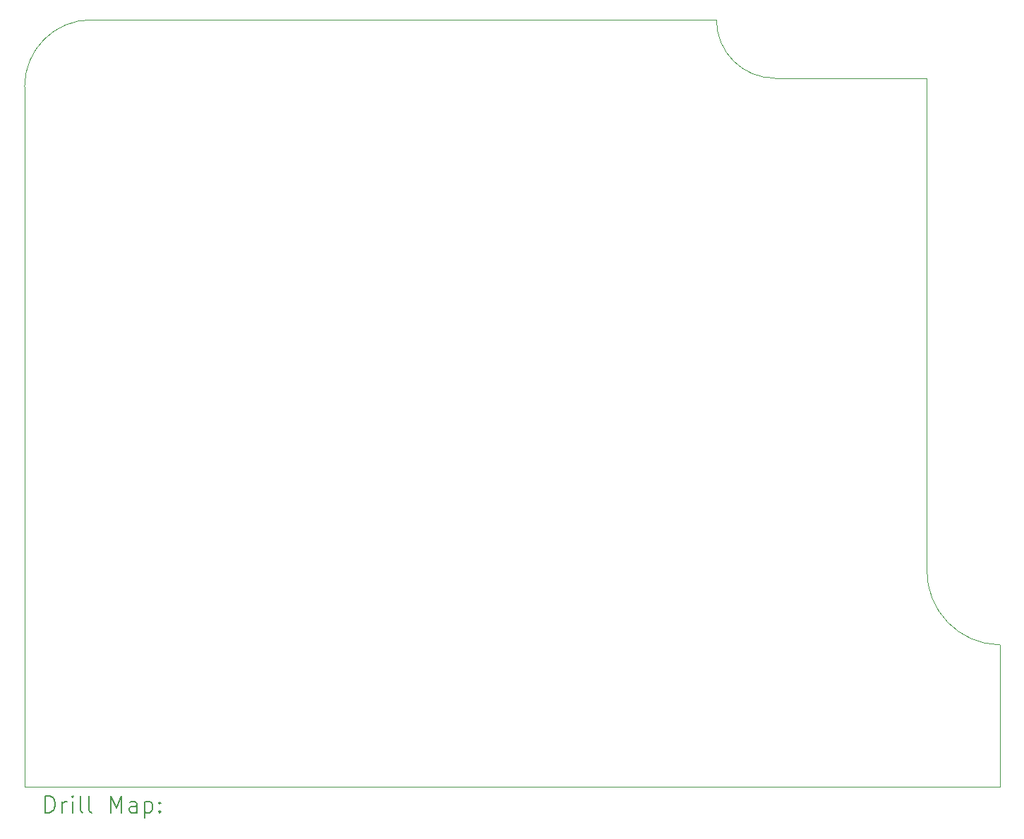
<source format=gbr>
%FSLAX45Y45*%
G04 Gerber Fmt 4.5, Leading zero omitted, Abs format (unit mm)*
G04 Created by KiCad (PCBNEW (5.99.0-12766-g4a3658027e)) date 2021-12-04 14:16:48*
%MOMM*%
%LPD*%
G01*
G04 APERTURE LIST*
%TA.AperFunction,Profile*%
%ADD10C,0.050000*%
%TD*%
%ADD11C,0.200000*%
G04 APERTURE END LIST*
D10*
X2125000Y-21300000D02*
X13825000Y-21300000D01*
X2125000Y-21300000D02*
X2125000Y-12900000D01*
X10425000Y-12100000D02*
G75*
G03*
X11125000Y-12800000I700000J0D01*
G01*
X13825000Y-21300000D02*
X13825000Y-19600000D01*
X11125000Y-12800000D02*
X12950000Y-12800000D01*
X12950000Y-12800000D02*
X12950000Y-18700000D01*
X7525000Y-12100000D02*
X10425000Y-12100000D01*
X2925000Y-12100000D02*
X7525000Y-12100000D01*
X13825000Y-19600000D02*
G75*
G02*
X12950000Y-18700000I12500J887500D01*
G01*
X2925000Y-12100000D02*
G75*
G03*
X2125000Y-12900000I0J-800000D01*
G01*
D11*
X2375119Y-21612976D02*
X2375119Y-21412976D01*
X2422738Y-21412976D01*
X2451310Y-21422500D01*
X2470357Y-21441548D01*
X2479881Y-21460595D01*
X2489405Y-21498690D01*
X2489405Y-21527262D01*
X2479881Y-21565357D01*
X2470357Y-21584405D01*
X2451310Y-21603452D01*
X2422738Y-21612976D01*
X2375119Y-21612976D01*
X2575119Y-21612976D02*
X2575119Y-21479643D01*
X2575119Y-21517738D02*
X2584643Y-21498690D01*
X2594167Y-21489167D01*
X2613214Y-21479643D01*
X2632262Y-21479643D01*
X2698929Y-21612976D02*
X2698929Y-21479643D01*
X2698929Y-21412976D02*
X2689405Y-21422500D01*
X2698929Y-21432024D01*
X2708452Y-21422500D01*
X2698929Y-21412976D01*
X2698929Y-21432024D01*
X2822738Y-21612976D02*
X2803690Y-21603452D01*
X2794167Y-21584405D01*
X2794167Y-21412976D01*
X2927500Y-21612976D02*
X2908452Y-21603452D01*
X2898928Y-21584405D01*
X2898928Y-21412976D01*
X3156071Y-21612976D02*
X3156071Y-21412976D01*
X3222738Y-21555833D01*
X3289405Y-21412976D01*
X3289405Y-21612976D01*
X3470357Y-21612976D02*
X3470357Y-21508214D01*
X3460833Y-21489167D01*
X3441786Y-21479643D01*
X3403690Y-21479643D01*
X3384643Y-21489167D01*
X3470357Y-21603452D02*
X3451309Y-21612976D01*
X3403690Y-21612976D01*
X3384643Y-21603452D01*
X3375119Y-21584405D01*
X3375119Y-21565357D01*
X3384643Y-21546310D01*
X3403690Y-21536786D01*
X3451309Y-21536786D01*
X3470357Y-21527262D01*
X3565595Y-21479643D02*
X3565595Y-21679643D01*
X3565595Y-21489167D02*
X3584643Y-21479643D01*
X3622738Y-21479643D01*
X3641786Y-21489167D01*
X3651309Y-21498690D01*
X3660833Y-21517738D01*
X3660833Y-21574881D01*
X3651309Y-21593929D01*
X3641786Y-21603452D01*
X3622738Y-21612976D01*
X3584643Y-21612976D01*
X3565595Y-21603452D01*
X3746548Y-21593929D02*
X3756071Y-21603452D01*
X3746548Y-21612976D01*
X3737024Y-21603452D01*
X3746548Y-21593929D01*
X3746548Y-21612976D01*
X3746548Y-21489167D02*
X3756071Y-21498690D01*
X3746548Y-21508214D01*
X3737024Y-21498690D01*
X3746548Y-21489167D01*
X3746548Y-21508214D01*
M02*

</source>
